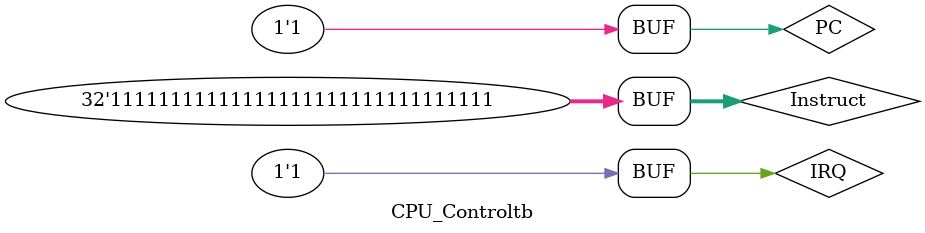
<source format=v>
module CPU_Controltb;
  reg[31:0] Instruct;
  reg PC,IRQ;
  wire[25:0] JT;
  wire[15:0] Imm16;
  wire[4:0] Shamt, Rd, Rt, Rs;
  wire[2:0] PCSrc;
  wire[1:0] RegDst, MemToReg;
  wire[5:0] ALUFun;
  wire RegWr,ALUSrc1,ALUSrc2,Sign,MemWr,MemRd,EXTOp,LUOp;
  CPU_Control Con(Instruct,PC,IRQ,JT,Imm16,Shamt,Rd,Rt,Rs,
                   PCSrc,RegDst,RegWr,ALUSrc1,ALUSrc2,ALUFun,
                   Sign,MemWr,MemRd,MemToReg,EXTOp,LUOp);
  initial begin
    PC=1'b0;
    IRQ=1'b0;
    Instruct=32'b000000_01111_00011_10010_00000_100000; //and
    #100 Instruct=32'b000000_01111_00011_10010_00000_100001; //andu
    #100 Instruct=32'b000000_01111_00011_10010_00000_100010; //sub
    #100 Instruct=32'b000000_01111_00011_10010_00000_100011; //subu
    #100 Instruct=32'b000000_01111_00011_10010_00000_100100; //and
    #100 Instruct=32'b000000_01111_00011_10010_00000_100101; //or
    #100 Instruct=32'b000000_01111_00011_10010_00000_100110; //xor
    #100 Instruct=32'b000000_01111_00001_10000_00000_100111; //nor
    #100 Instruct=32'b000000_00000_00011_10010_00001_000000; //sll
    #100 Instruct=32'b000000_00000_00011_10010_00001_000010; //srl
    #100 Instruct=32'b000000_00000_00011_10010_00001_000011; //sra
    #100 Instruct=32'b000000_01111_00011_10010_00000_101010; //slt
    #100 Instruct=32'b000000_01111_00000_00000_00100_001000; //jr
    #100 Instruct=32'b000000_01111_00000_01100_00100_001001; //jalr
    #100 Instruct=32'b001000_01111_00011_10010_00110_100010; //addi
    #100 Instruct=32'b001001_01111_00011_10010_11000_100010; //addiu
    #100 Instruct=32'b001100_01111_00011_10010_10101_110110; //andi
    #100 Instruct=32'b001010_01111_00011_10010_00000_100010; //slti
    #100 Instruct=32'b001011_01111_00011_10010_00000_100010; //sltiu
    #100 Instruct=32'b100011_01111_00000_00000_00100_001000; //lw
    #100 Instruct=32'b101011_01111_00000_00000_00100_001000; //sw
    #100 Instruct=32'b001111_00000_01100_01100_00100_001000; //lui
    #100 Instruct=32'b000100_01111_00011_10010_00000_100010; //beq
    #100 Instruct=32'b000101_01111_00011_10010_00000_100010; //bne
    #100 Instruct=32'b000110_01111_00000_10010_00000_100010; //blez
    #100 Instruct=32'b000111_01111_00000_10010_00000_100010; //bgtz
    #100 Instruct=32'b000001_01111_00000_10010_00000_100010; //bltz
    #100 Instruct=32'b000010_01111_00011_10010_00000_100010; //j
    #100 Instruct=32'b000011_01111_00011_10010_00000_100010; //jal
    #100 Instruct=32'b000000_00000_00000_00000_00000_000000; //nop
    #100 Instruct=32'b111111_11111_11111_11111_11111_111111; //error_instruct
    #100 IRQ=1'b1;
    #100 PC=1'b1;
  end
endmodule
</source>
